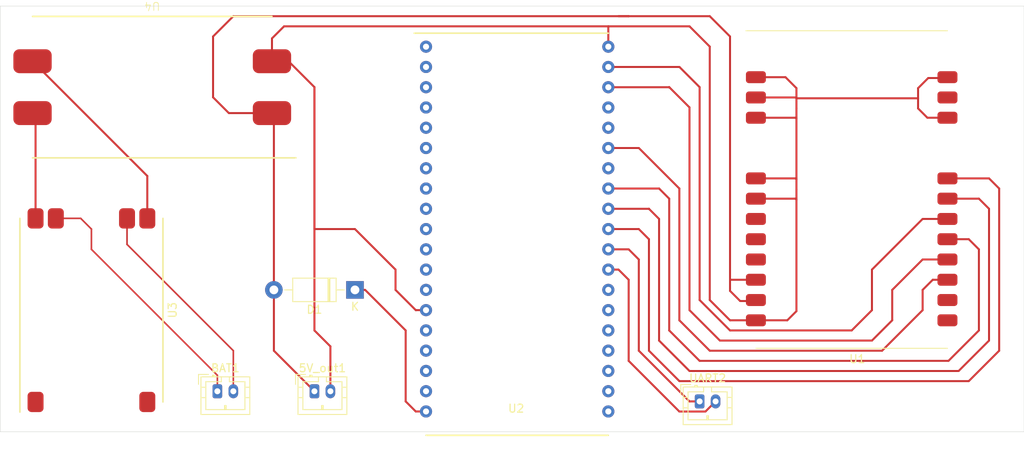
<source format=kicad_pcb>
(kicad_pcb (version 20221018) (generator pcbnew)
  (layers (0 "F.Cu" signal) (31 "B.Cu" signal) (34 "B.Paste" user) (35 "F.Paste" user) (36 "B.SilkS" user "B.Silkscreen") (37 "F.SilkS" user "F.Silkscreen") (38 "B.Mask" user) (39 "F.Mask" user) (44 "Edge.Cuts" user))
  (net 0 "")
  (net 1 "/5V")
  (net 2 "/GND")
  (net 3 "/BAT+")
  (net 4 "/BAT-")
  (net 5 "Net-(D1-K)")
  (net 6 "/RXEN")
  (net 7 "/TXEN")
  (net 8 "/NSS")
  (net 9 "/MISO")
  (net 11 "/SCK")
  (net 12 "/BUSY")
  (net 13 "/RST_E22")
  (net 14 "/MOSI")
  (net 22 "/Rx2")
  (net 24 "/Tx2")
  (net 27 "Net-(U3-OUT-)")
  (net 28 "Net-(U3-OUT+)")
  (footprint "Connector_JST:JST_PH_B2B-PH-K_1x02_P2.00mm_Vertical" (layer "F.Cu") (at 94.52 119.38)
    (fp_text reference "BAT1" (at 1 -2.9) (layer "F.SilkS"))
    (fp_text value "Conn_01x02")
    (fp_line (start -2.36 -2.11) (end -2.36 -0.86) (stroke (width 0.12)) (layer "F.SilkS"))
    (fp_line (start -2.06 -1.81) (end -2.06 2.91) (stroke (width 0.12)) (layer "F.SilkS"))
    (fp_line (start -2.06 -0.5) (end -1.45 -0.5) (stroke (width 0.12)) (layer "F.SilkS"))
    (fp_line (start -2.06 0.8) (end -1.45 0.8) (stroke (width 0.12)) (layer "F.SilkS"))
    (fp_line (start -2.06 2.91) (end 4.06 2.91) (stroke (width 0.12)) (layer "F.SilkS"))
    (fp_line (start -1.45 -1.2) (end -1.45 2.3) (stroke (width 0.12)) (layer "F.SilkS"))
    (fp_line (start -1.45 2.3) (end 3.45 2.3) (stroke (width 0.12)) (layer "F.SilkS"))
    (fp_line (start -1.11 -2.11) (end -2.36 -2.11) (stroke (width 0.12)) (layer "F.SilkS"))
    (fp_line (start -0.6 -2.01) (end -0.6 -1.81) (stroke (width 0.12)) (layer "F.SilkS"))
    (fp_line (start -0.3 -2.01) (end -0.6 -2.01) (stroke (width 0.12)) (layer "F.SilkS"))
    (fp_line (start -0.3 -1.91) (end -0.6 -1.91) (stroke (width 0.12)) (layer "F.SilkS"))
    (fp_line (start -0.3 -1.81) (end -0.3 -2.01) (stroke (width 0.12)) (layer "F.SilkS"))
    (fp_line (start 0.5 -1.81) (end 0.5 -1.2) (stroke (width 0.12)) (layer "F.SilkS"))
    (fp_line (start 0.5 -1.2) (end -1.45 -1.2) (stroke (width 0.12)) (layer "F.SilkS"))
    (fp_line (start 0.9 1.8) (end 1.1 1.8) (stroke (width 0.12)) (layer "F.SilkS"))
    (fp_line (start 0.9 2.3) (end 0.9 1.8) (stroke (width 0.12)) (layer "F.SilkS"))
    (fp_line (start 1 2.3) (end 1 1.8) (stroke (width 0.12)) (layer "F.SilkS"))
    (fp_line (start 1.1 1.8) (end 1.1 2.3) (stroke (width 0.12)) (layer "F.SilkS"))
    (fp_line (start 1.5 -1.2) (end 1.5 -1.81) (stroke (width 0.12)) (layer "F.SilkS"))
    (fp_line (start 3.45 -1.2) (end 1.5 -1.2) (stroke (width 0.12)) (layer "F.SilkS"))
    (fp_line (start 3.45 2.3) (end 3.45 -1.2) (stroke (width 0.12)) (layer "F.SilkS"))
    (fp_line (start 4.06 -1.81) (end -2.06 -1.81) (stroke (width 0.12)) (layer "F.SilkS"))
    (fp_line (start 4.06 -0.5) (end 3.45 -0.5) (stroke (width 0.12)) (layer "F.SilkS"))
    (fp_line (start 4.06 0.8) (end 3.45 0.8) (stroke (width 0.12)) (layer "F.SilkS"))
    (fp_line (start 4.06 2.91) (end 4.06 -1.81) (stroke (width 0.12)) (layer "F.SilkS"))
    (pad "1" thru_hole roundrect (at 0 0) (size 1.2 1.75) (drill 0.75) (layers "*.Cu" "*.Mask") (roundrect_rratio 0.208333) (net 3 "/BAT+"))
    (pad "2" thru_hole oval (at 2 0) (size 1.2 1.75) (drill 0.75) (layers "*.Cu" "*.Mask") (net 4 "/BAT-"))
  )
  (footprint "PCB_Satellogic:MT3608-Convertidor_Boost" (layer "F.Cu") (at 86.36 81.28 180)
    (fp_text reference "U4" (at 0 10.16 180 unlocked) (layer "F.SilkS") (effects (font (thickness 0.1))))
    (fp_text value "MT3608-Convertidor_Boost")
    (fp_line (start 15 -8.86) (end -18 -8.86) (stroke (width 0.2)) (layer "F.SilkS"))
    (fp_line (start 15 8.86) (end -15 8.86) (stroke (width 0.2)) (layer "F.SilkS"))
    (pad "1" smd roundrect (at -15 -3.25 180) (size 4.8 3) (layers "F.Cu" "F.Paste" "F.Mask") (net 1 "/5V"))
    (pad "2" smd roundrect (at -15 3.25 180) (size 4.8 3) (layers "F.Cu" "F.Paste" "F.Mask") (net 2 "/GND"))
    (pad "3" smd roundrect (at 15 3.25 180) (size 4.8 3) (layers "F.Cu" "F.Paste" "F.Mask") (net 27 "Net-(U3-OUT-)"))
    (pad "4" smd roundrect (at 15 -3.25 180) (size 4.8 3) (layers "F.Cu" "F.Paste" "F.Mask") (net 28 "Net-(U3-OUT+)"))
  )
  (footprint "PCB_Satellogic:Node-MCU_ESP32_38PINES_THT_offset" (layer "F.Cu") (at 132.08 99.06)
    (fp_text reference "U2" (at -0.127 22.479) (layer "F.SilkS"))
    (fp_text value "Node-MCU_ESP32_38PINES")
    (fp_line (start 11.42 -24.54) (end -12.9 -24.54) (stroke (width 0.2)) (layer "F.SilkS"))
    (fp_line (start 11.42 25.84) (end -11.42 25.84) (stroke (width 0.2)) (layer "F.SilkS"))
    (pad "1" thru_hole circle (at -11.42 -22.85) (size 1.524 1.524) (drill 0.762) (layers "*.Cu" "*.Mask"))
    (pad "2" thru_hole circle (at -11.42 -20.311112) (size 1.524 1.524) (drill 0.762) (layers "*.Cu" "*.Mask"))
    (pad "3" thru_hole circle (at -11.42 -17.772224) (size 1.524 1.524) (drill 0.762) (layers "*.Cu" "*.Mask"))
    (pad "4" thru_hole circle (at -11.42 -15.233336) (size 1.524 1.524) (drill 0.762) (layers "*.Cu" "*.Mask"))
    (pad "5" thru_hole circle (at -11.42 -12.694448) (size 1.524 1.524) (drill 0.762) (layers "*.Cu" "*.Mask"))
    (pad "6" thru_hole circle (at -11.42 -10.15556) (size 1.524 1.524) (drill 0.762) (layers "*.Cu" "*.Mask"))
    (pad "7" thru_hole circle (at -11.42 -7.616672) (size 1.524 1.524) (drill 0.762) (layers "*.Cu" "*.Mask"))
    (pad "8" thru_hole circle (at -11.42 -5.077784) (size 1.524 1.524) (drill 0.762) (layers "*.Cu" "*.Mask"))
    (pad "9" thru_hole circle (at -11.42 -2.538896) (size 1.524 1.524) (drill 0.762) (layers "*.Cu" "*.Mask"))
    (pad "10" thru_hole circle (at -11.42 -0.000008) (size 1.524 1.524) (drill 0.762) (layers "*.Cu" "*.Mask"))
    (pad "11" thru_hole circle (at -11.42 2.53888) (size 1.524 1.524) (drill 0.762) (layers "*.Cu" "*.Mask"))
    (pad "12" thru_hole circle (at -11.42 5.077768) (size 1.524 1.524) (drill 0.762) (layers "*.Cu" "*.Mask"))
    (pad "13" thru_hole circle (at -11.42 7.616656) (size 1.524 1.524) (drill 0.762) (layers "*.Cu" "*.Mask"))
    (pad "14" thru_hole circle (at -11.42 10.155544) (size 1.524 1.524) (drill 0.762) (layers "*.Cu" "*.Mask") (net 2 "/GND"))
    (pad "15" thru_hole circle (at -11.42 12.694432) (size 1.524 1.524) (drill 0.762) (layers "*.Cu" "*.Mask"))
    (pad "16" thru_hole circle (at -11.42 15.23332) (size 1.524 1.524) (drill 0.762) (layers "*.Cu" "*.Mask"))
    (pad "17" thru_hole circle (at -11.42 17.772208) (size 1.524 1.524) (drill 0.762) (layers "*.Cu" "*.Mask"))
    (pad "18" thru_hole circle (at -11.42 20.311096) (size 1.524 1.524) (drill 0.762) (layers "*.Cu" "*.Mask"))
    (pad "19" thru_hole circle (at -11.42 22.85) (size 1.524 1.524) (drill 0.762) (layers "*.Cu" "*.Mask") (net 5 "Net-(D1-K)"))
    (pad "20" thru_hole circle (at 11.42 22.85) (size 1.524 1.524) (drill 0.762) (layers "*.Cu" "*.Mask"))
    (pad "21" thru_hole circle (at 11.42 20.311096) (size 1.524 1.524) (drill 0.762) (layers "*.Cu" "*.Mask"))
    (pad "22" thru_hole circle (at 11.42 17.772208) (size 1.524 1.524) (drill 0.762) (layers "*.Cu" "*.Mask"))
    (pad "23" thru_hole circle (at 11.42 15.23332) (size 1.524 1.524) (drill 0.762) (layers "*.Cu" "*.Mask"))
    (pad "24" thru_hole circle (at 11.42 12.694432) (size 1.524 1.524) (drill 0.762) (layers "*.Cu" "*.Mask"))
    (pad "25" thru_hole circle (at 11.42 10.155544) (size 1.524 1.524) (drill 0.762) (layers "*.Cu" "*.Mask"))
    (pad "26" thru_hole circle (at 11.42 7.616656) (size 1.524 1.524) (drill 0.762) (layers "*.Cu" "*.Mask"))
    (pad "27" thru_hole circle (at 11.42 5.077768) (size 1.524 1.524) (drill 0.762) (layers "*.Cu" "*.Mask") (net 22 "/Rx2"))
    (pad "28" thru_hole circle (at 11.42 2.53888) (size 1.524 1.524) (drill 0.762) (layers "*.Cu" "*.Mask") (net 24 "/Tx2"))
    (pad "29" thru_hole circle (at 11.42 -0.000008) (size 1.524 1.524) (drill 0.762) (layers "*.Cu" "*.Mask") (net 8 "/NSS"))
    (pad "30" thru_hole circle (at 11.42 -2.538896) (size 1.524 1.524) (drill 0.762) (layers "*.Cu" "*.Mask") (net 11 "/SCK"))
    (pad "31" thru_hole circle (at 11.42 -5.077784) (size 1.524 1.524) (drill 0.762) (layers "*.Cu" "*.Mask") (net 9 "/MISO"))
    (pad "32" thru_hole circle (at 11.42 -7.616672) (size 1.524 1.524) (drill 0.762) (layers "*.Cu" "*.Mask"))
    (pad "33" thru_hole circle (at 11.42 -10.15556) (size 1.524 1.524) (drill 0.762) (layers "*.Cu" "*.Mask") (net 12 "/BUSY"))
    (pad "34" thru_hole circle (at 11.42 -12.694448) (size 1.524 1.524) (drill 0.762) (layers "*.Cu" "*.Mask"))
    (pad "35" thru_hole circle (at 11.42 -15.233336) (size 1.524 1.524) (drill 0.762) (layers "*.Cu" "*.Mask"))
    (pad "36" thru_hole circle (at 11.42 -17.772224) (size 1.524 1.524) (drill 0.762) (layers "*.Cu" "*.Mask") (net 13 "/RST_E22"))
    (pad "37" thru_hole circle (at 11.42 -20.311112) (size 1.524 1.524) (drill 0.762) (layers "*.Cu" "*.Mask") (net 14 "/MOSI"))
    (pad "38" thru_hole circle (at 11.42 -22.85) (size 1.524 1.524) (drill 0.762) (layers "*.Cu" "*.Mask") (net 2 "/GND"))
  )
  (footprint "PCB_Satellogic:E22-900M30S_LoRa_smd" (layer "F.Cu") (at 173.99 94.105)
    (fp_text reference "U1" (at 0.7 21.231) (layer "F.SilkS"))
    (fp_text value "E22-900M30S_LoRa")
    (fp_line (start -12 19.895) (end 12 19.895) (stroke (width 0.12)) (layer "F.SilkS"))
    (fp_line (start 12 -19.895) (end -13.25 -19.895) (stroke (width 0.12)) (layer "F.SilkS"))
    (pad "1" smd roundrect (at -12 -14.075) (size 2.5 1.5) (layers "F.Cu" "F.Paste" "F.Mask") (net 2 "/GND"))
    (pad "2" smd roundrect (at -12 -11.535) (size 2.5 1.5) (layers "F.Cu" "F.Paste" "F.Mask") (net 2 "/GND"))
    (pad "3" smd roundrect (at -12 -8.995) (size 2.5 1.5) (layers "F.Cu" "F.Paste" "F.Mask") (net 2 "/GND"))
    (pad "4" smd roundrect (at -12 -1.395) (size 2.5 1.5) (layers "F.Cu" "F.Paste" "F.Mask") (net 2 "/GND"))
    (pad "5" smd roundrect (at -12 1.145) (size 2.5 1.5) (layers "F.Cu" "F.Paste" "F.Mask") (net 2 "/GND"))
    (pad "6" smd roundrect (at -12 3.685) (size 2.5 1.5) (layers "F.Cu" "F.Paste" "F.Mask") (net 6 "/RXEN"))
    (pad "7" smd roundrect (at -12 6.225) (size 2.5 1.5) (layers "F.Cu" "F.Paste" "F.Mask") (net 7 "/TXEN"))
    (pad "8" smd roundrect (at -12 8.765) (size 2.5 1.5) (layers "F.Cu" "F.Paste" "F.Mask"))
    (pad "9" smd roundrect (at -12 11.305) (size 2.5 1.5) (layers "F.Cu" "F.Paste" "F.Mask") (net 1 "/5V"))
    (pad "10" smd roundrect (at -12 13.845) (size 2.5 1.5) (layers "F.Cu" "F.Paste" "F.Mask") (net 1 "/5V"))
    (pad "11" smd roundrect (at -12 16.385) (size 2.5 1.5) (layers "F.Cu" "F.Paste" "F.Mask") (net 2 "/GND"))
    (pad "12" smd roundrect (at 12 16.385) (size 2.5 1.5) (layers "F.Cu" "F.Paste" "F.Mask") (net 2 "/GND"))
    (pad "13" smd roundrect (at 12 13.845) (size 2.5 1.5) (layers "F.Cu" "F.Paste" "F.Mask"))
    (pad "14" smd roundrect (at 12 11.305) (size 2.5 1.5) (layers "F.Cu" "F.Paste" "F.Mask") (net 12 "/BUSY"))
    (pad "15" smd roundrect (at 12 8.765) (size 2.5 1.5) (layers "F.Cu" "F.Paste" "F.Mask") (net 13 "/RST_E22"))
    (pad "16" smd roundrect (at 12 6.225) (size 2.5 1.5) (layers "F.Cu" "F.Paste" "F.Mask") (net 9 "/MISO"))
    (pad "17" smd roundrect (at 12 3.685) (size 2.5 1.5) (layers "F.Cu" "F.Paste" "F.Mask") (net 14 "/MOSI"))
    (pad "18" smd roundrect (at 12 1.145) (size 2.5 1.5) (layers "F.Cu" "F.Paste" "F.Mask") (net 11 "/SCK"))
    (pad "19" smd roundrect (at 12 -1.395) (size 2.5 1.5) (layers "F.Cu" "F.Paste" "F.Mask") (net 8 "/NSS"))
    (pad "20" smd roundrect (at 12 -8.995) (size 2.5 1.5) (layers "F.Cu" "F.Paste" "F.Mask") (net 2 "/GND"))
    (pad "21" smd roundrect (at 12 -11.535) (size 2.5 1.5) (layers "F.Cu" "F.Paste" "F.Mask"))
    (pad "22" smd roundrect (at 12 -14.075) (size 2.5 1.5) (layers "F.Cu" "F.Paste" "F.Mask") (net 2 "/GND"))
  )
  (footprint "PCB_Satellogic:TP4056 - Módulo de carga de batería" (layer "F.Cu") (at 78.74 109.22 90)
    (fp_text reference "U3" (at 0 10.16 90 unlocked) (layer "F.SilkS"))
    (fp_text value "TP4065_Modulo_cargador_de_baterias")
    (fp_line (start -12.77 -8.96) (end 11.5 -8.96) (stroke (width 0.2)) (layer "F.SilkS"))
    (fp_line (start -11.5 8.96) (end 11.5 8.96) (stroke (width 0.2)) (layer "F.SilkS"))
    (pad "1" smd roundrect (at -11.5 -7 90) (size 2.54 2) (layers "F.Cu" "F.Paste" "F.Mask"))
    (pad "2" smd roundrect (at -11.5 7 90) (size 2.54 2) (layers "F.Cu" "F.Paste" "F.Mask"))
    (pad "3" smd roundrect (at 11.5 7 90) (size 2.54 2) (layers "F.Cu" "F.Paste" "F.Mask") (net 27 "Net-(U3-OUT-)"))
    (pad "4" smd roundrect (at 11.5 4.46 90) (size 2.54 2) (layers "F.Cu" "F.Paste" "F.Mask") (net 4 "/BAT-"))
    (pad "5" smd roundrect (at 11.5 -4.46 90) (size 2.54 2) (layers "F.Cu" "F.Paste" "F.Mask") (net 3 "/BAT+"))
    (pad "6" smd roundrect (at 11.5 -7 90) (size 2.54 2) (layers "F.Cu" "F.Paste" "F.Mask") (net 28 "Net-(U3-OUT+)"))
  )
  (footprint "Diode_THT:D_DO-41_SOD81_P10.16mm_Horizontal" (layer "F.Cu") (at 111.76 106.68 180)
    (fp_text reference "D1" (at 5.08 -2.47) (layer "F.SilkS"))
    (fp_text value "1N5819")
    (fp_text user "K" (at 0 -2.1) (layer "F.SilkS"))
    (fp_line (start 1.34 0) (end 2.36 0) (stroke (width 0.12)) (layer "F.SilkS"))
    (fp_line (start 2.36 -1.47) (end 2.36 1.47) (stroke (width 0.12)) (layer "F.SilkS"))
    (fp_line (start 2.36 1.47) (end 7.8 1.47) (stroke (width 0.12)) (layer "F.SilkS"))
    (fp_line (start 3.14 -1.47) (end 3.14 1.47) (stroke (width 0.12)) (layer "F.SilkS"))
    (fp_line (start 3.26 -1.47) (end 3.26 1.47) (stroke (width 0.12)) (layer "F.SilkS"))
    (fp_line (start 3.38 -1.47) (end 3.38 1.47) (stroke (width 0.12)) (layer "F.SilkS"))
    (fp_line (start 7.8 -1.47) (end 2.36 -1.47) (stroke (width 0.12)) (layer "F.SilkS"))
    (fp_line (start 7.8 1.47) (end 7.8 -1.47) (stroke (width 0.12)) (layer "F.SilkS"))
    (fp_line (start 8.82 0) (end 7.8 0) (stroke (width 0.12)) (layer "F.SilkS"))
    (pad "1" thru_hole rect (at 0 0 180) (size 2.2 2.2) (drill 1.1) (layers "*.Cu" "*.Mask") (net 5 "Net-(D1-K)"))
    (pad "2" thru_hole oval (at 10.16 0 180) (size 2.2 2.2) (drill 1.1) (layers "*.Cu" "*.Mask") (net 1 "/5V"))
  )
  (footprint "Connector_JST:JST_PH_B2B-PH-K_1x02_P2.00mm_Vertical" (layer "F.Cu") (at 106.68 119.38)
    (fp_text reference "5V_out1" (at 1 -2.9) (layer "F.SilkS"))
    (fp_text value "Conn_01x02")
    (fp_line (start -2.36 -2.11) (end -2.36 -0.86) (stroke (width 0.12)) (layer "F.SilkS"))
    (fp_line (start -2.06 -1.81) (end -2.06 2.91) (stroke (width 0.12)) (layer "F.SilkS"))
    (fp_line (start -2.06 -0.5) (end -1.45 -0.5) (stroke (width 0.12)) (layer "F.SilkS"))
    (fp_line (start -2.06 0.8) (end -1.45 0.8) (stroke (width 0.12)) (layer "F.SilkS"))
    (fp_line (start -2.06 2.91) (end 4.06 2.91) (stroke (width 0.12)) (layer "F.SilkS"))
    (fp_line (start -1.45 -1.2) (end -1.45 2.3) (stroke (width 0.12)) (layer "F.SilkS"))
    (fp_line (start -1.45 2.3) (end 3.45 2.3) (stroke (width 0.12)) (layer "F.SilkS"))
    (fp_line (start -1.11 -2.11) (end -2.36 -2.11) (stroke (width 0.12)) (layer "F.SilkS"))
    (fp_line (start -0.6 -2.01) (end -0.6 -1.81) (stroke (width 0.12)) (layer "F.SilkS"))
    (fp_line (start -0.3 -2.01) (end -0.6 -2.01) (stroke (width 0.12)) (layer "F.SilkS"))
    (fp_line (start -0.3 -1.91) (end -0.6 -1.91) (stroke (width 0.12)) (layer "F.SilkS"))
    (fp_line (start -0.3 -1.81) (end -0.3 -2.01) (stroke (width 0.12)) (layer "F.SilkS"))
    (fp_line (start 0.5 -1.81) (end 0.5 -1.2) (stroke (width 0.12)) (layer "F.SilkS"))
    (fp_line (start 0.5 -1.2) (end -1.45 -1.2) (stroke (width 0.12)) (layer "F.SilkS"))
    (fp_line (start 0.9 1.8) (end 1.1 1.8) (stroke (width 0.12)) (layer "F.SilkS"))
    (fp_line (start 0.9 2.3) (end 0.9 1.8) (stroke (width 0.12)) (layer "F.SilkS"))
    (fp_line (start 1 2.3) (end 1 1.8) (stroke (width 0.12)) (layer "F.SilkS"))
    (fp_line (start 1.1 1.8) (end 1.1 2.3) (stroke (width 0.12)) (layer "F.SilkS"))
    (fp_line (start 1.5 -1.2) (end 1.5 -1.81) (stroke (width 0.12)) (layer "F.SilkS"))
    (fp_line (start 3.45 -1.2) (end 1.5 -1.2) (stroke (width 0.12)) (layer "F.SilkS"))
    (fp_line (start 3.45 2.3) (end 3.45 -1.2) (stroke (width 0.12)) (layer "F.SilkS"))
    (fp_line (start 4.06 -1.81) (end -2.06 -1.81) (stroke (width 0.12)) (layer "F.SilkS"))
    (fp_line (start 4.06 -0.5) (end 3.45 -0.5) (stroke (width 0.12)) (layer "F.SilkS"))
    (fp_line (start 4.06 0.8) (end 3.45 0.8) (stroke (width 0.12)) (layer "F.SilkS"))
    (fp_line (start 4.06 2.91) (end 4.06 -1.81) (stroke (width 0.12)) (layer "F.SilkS"))
    (pad "1" thru_hole roundrect (at 0 0) (size 1.2 1.75) (drill 0.75) (layers "*.Cu" "*.Mask") (roundrect_rratio 0.208333) (net 1 "/5V"))
    (pad "2" thru_hole oval (at 2 0) (size 1.2 1.75) (drill 0.75) (layers "*.Cu" "*.Mask") (net 2 "/GND"))
  )
  (footprint "Connector_JST:JST_PH_B2B-PH-K_1x02_P2.00mm_Vertical" (layer "F.Cu") (at 154.94 120.65)
    (fp_text reference "UART2" (at 1 -2.9) (layer "F.SilkS"))
    (fp_text value "Conn_01x02")
    (fp_line (start -2.36 -2.11) (end -2.36 -0.86) (stroke (width 0.12)) (layer "F.SilkS"))
    (fp_line (start -2.06 -1.81) (end -2.06 2.91) (stroke (width 0.12)) (layer "F.SilkS"))
    (fp_line (start -2.06 -0.5) (end -1.45 -0.5) (stroke (width 0.12)) (layer "F.SilkS"))
    (fp_line (start -2.06 0.8) (end -1.45 0.8) (stroke (width 0.12)) (layer "F.SilkS"))
    (fp_line (start -2.06 2.91) (end 4.06 2.91) (stroke (width 0.12)) (layer "F.SilkS"))
    (fp_line (start -1.45 -1.2) (end -1.45 2.3) (stroke (width 0.12)) (layer "F.SilkS"))
    (fp_line (start -1.45 2.3) (end 3.45 2.3) (stroke (width 0.12)) (layer "F.SilkS"))
    (fp_line (start -1.11 -2.11) (end -2.36 -2.11) (stroke (width 0.12)) (layer "F.SilkS"))
    (fp_line (start -0.6 -2.01) (end -0.6 -1.81) (stroke (width 0.12)) (layer "F.SilkS"))
    (fp_line (start -0.3 -2.01) (end -0.6 -2.01) (stroke (width 0.12)) (layer "F.SilkS"))
    (fp_line (start -0.3 -1.91) (end -0.6 -1.91) (stroke (width 0.12)) (layer "F.SilkS"))
    (fp_line (start -0.3 -1.81) (end -0.3 -2.01) (stroke (width 0.12)) (layer "F.SilkS"))
    (fp_line (start 0.5 -1.81) (end 0.5 -1.2) (stroke (width 0.12)) (layer "F.SilkS"))
    (fp_line (start 0.5 -1.2) (end -1.45 -1.2) (stroke (width 0.12)) (layer "F.SilkS"))
    (fp_line (start 0.9 1.8) (end 1.1 1.8) (stroke (width 0.12)) (layer "F.SilkS"))
    (fp_line (start 0.9 2.3) (end 0.9 1.8) (stroke (width 0.12)) (layer "F.SilkS"))
    (fp_line (start 1 2.3) (end 1 1.8) (stroke (width 0.12)) (layer "F.SilkS"))
    (fp_line (start 1.1 1.8) (end 1.1 2.3) (stroke (width 0.12)) (layer "F.SilkS"))
    (fp_line (start 1.5 -1.2) (end 1.5 -1.81) (stroke (width 0.12)) (layer "F.SilkS"))
    (fp_line (start 3.45 -1.2) (end 1.5 -1.2) (stroke (width 0.12)) (layer "F.SilkS"))
    (fp_line (start 3.45 2.3) (end 3.45 -1.2) (stroke (width 0.12)) (layer "F.SilkS"))
    (fp_line (start 4.06 -1.81) (end -2.06 -1.81) (stroke (width 0.12)) (layer "F.SilkS"))
    (fp_line (start 4.06 -0.5) (end 3.45 -0.5) (stroke (width 0.12)) (layer "F.SilkS"))
    (fp_line (start 4.06 0.8) (end 3.45 0.8) (stroke (width 0.12)) (layer "F.SilkS"))
    (fp_line (start 4.06 2.91) (end 4.06 -1.81) (stroke (width 0.12)) (layer "F.SilkS"))
    (pad "1" thru_hole roundrect (at 0 0) (size 1.2 1.75) (drill 0.75) (layers "*.Cu" "*.Mask") (roundrect_rratio 0.208333) (net 24 "/Tx2"))
    (pad "2" thru_hole oval (at 2 0) (size 1.2 1.75) (drill 0.75) (layers "*.Cu" "*.Mask") (net 22 "/Rx2"))
  )
  (gr_rect (start 67.31 71.12) (end 195.58 124.46) (stroke (width 0.05)) (fill none) (layer "Edge.Cuts"))
  (segment (start 162.435 108.075) (end 160.02 108.075) (width 0.25) (layer "F.Cu") (net 1))
  (segment (start 158.75 74.93) (end 156.21 72.39) (width 0.25) (layer "F.Cu") (net 1))
  (segment (start 101.36 84.53) (end 101.6 84.77) (width 0.25) (layer "F.Cu") (net 1))
  (segment (start 101.6 84.77) (end 101.6 106.68) (width 0.25) (layer "F.Cu") (net 1))
  (segment (start 93.98 74.93) (end 96.52 72.39) (width 0.25) (layer "F.Cu") (net 1))
  (segment (start 101.36 84.53) (end 95.96 84.53) (width 0.25) (layer "F.Cu") (net 1))
  (segment (start 106.68 119.38) (end 101.6 114.3) (width 0.25) (layer "F.Cu") (net 1))
  (segment (start 93.98 82.55) (end 93.98 74.93) (width 0.25) (layer "F.Cu") (net 1))
  (segment (start 162.56 105.41) (end 158.875 105.41) (width 0.25) (layer "F.Cu") (net 1))
  (segment (start 96.52 72.39) (end 146.05 72.39) (width 0.25) (layer "F.Cu") (net 1))
  (segment (start 158.75 106.805) (end 158.75 74.93) (width 0.25) (layer "F.Cu") (net 1))
  (segment (start 156.21 72.39) (end 146.05 72.39) (width 0.25) (layer "F.Cu") (net 1))
  (segment (start 146.05 72.39) (end 144.78 72.39) (width 0.25) (layer "F.Cu") (net 1))
  (segment (start 101.6 114.3) (end 101.6 106.68) (width 0.25) (layer "F.Cu") (net 1))
  (segment (start 160.02 108.075) (end 158.75 106.805) (width 0.25) (layer "F.Cu") (net 1))
  (segment (start 95.96 84.53) (end 93.98 82.55) (width 0.25) (layer "F.Cu") (net 1))
  (segment (start 162.56 107.95) (end 162.435 108.075) (width 0.25) (layer "F.Cu") (net 1))
  (segment (start 116.84 104.14) (end 111.76 99.06) (width 0.25) (layer "F.Cu") (net 2))
  (segment (start 167.07 109.345) (end 167.07 95.375) (width 0.25) (layer "F.Cu") (net 2))
  (segment (start 156.21 107.95) (end 156.21 76.2) (width 0.25) (layer "F.Cu") (net 2))
  (segment (start 106.68 81.28) (end 103.43 78.03) (width 0.25) (layer "F.Cu") (net 2))
  (segment (start 111.76 99.06) (end 106.68 99.06) (width 0.25) (layer "F.Cu") (net 2))
  (segment (start 182.31 82.675) (end 182.31 81.405) (width 0.25) (layer "F.Cu") (net 2))
  (segment (start 108.68 113.76) (end 106.68 111.76) (width 0.25) (layer "F.Cu") (net 2))
  (segment (start 119.38 109.22) (end 116.84 106.68) (width 0.25) (layer "F.Cu") (net 2))
  (segment (start 167.07 83.945) (end 167.07 82.675) (width 0.25) (layer "F.Cu") (net 2))
  (segment (start 161.99 110.49) (end 165.925 110.49) (width 0.25) (layer "F.Cu") (net 2))
  (segment (start 156.21 76.2) (end 153.678888 73.668888) (width 0.25) (layer "F.Cu") (net 2))
  (segment (start 103.43 78.03) (end 101.36 78.03) (width 0.25) (layer "F.Cu") (net 2))
  (segment (start 165.925 110.49) (end 167.07 109.345) (width 0.25) (layer "F.Cu") (net 2))
  (segment (start 167.07 81.405) (end 167.07 82.675) (width 0.25) (layer "F.Cu") (net 2))
  (segment (start 106.68 99.06) (end 106.68 81.28) (width 0.25) (layer "F.Cu") (net 2))
  (segment (start 101.36 78.03) (end 101.36 75.17) (width 0.25) (layer "F.Cu") (net 2))
  (segment (start 143.5 73.67) (end 143.5 76.21) (width 0.25) (layer "F.Cu") (net 2))
  (segment (start 153.678888 73.668888) (end 153.67 73.66) (width 0.25) (layer "F.Cu") (net 2))
  (segment (start 166.945 92.71) (end 167.07 92.835) (width 0.25) (layer "F.Cu") (net 2))
  (segment (start 153.67 73.66) (end 143.51 73.66) (width 0.25) (layer "F.Cu") (net 2))
  (segment (start 167.07 85.215) (end 166.965 85.11) (width 0.25) (layer "F.Cu") (net 2))
  (segment (start 162.56 110.49) (end 158.75 110.49) (width 0.25) (layer "F.Cu") (net 2))
  (segment (start 183.58 80.135) (end 185.885 80.135) (width 0.25) (layer "F.Cu") (net 2))
  (segment (start 167.07 92.835) (end 167.07 83.945) (width 0.25) (layer "F.Cu") (net 2))
  (segment (start 161.99 85.11) (end 166.965 85.11) (width 0.25) (layer "F.Cu") (net 2))
  (segment (start 119.384456 109.215544) (end 119.38 109.22) (width 0.25) (layer "F.Cu") (net 2))
  (segment (start 116.84 106.68) (end 116.84 104.14) (width 0.25) (layer "F.Cu") (net 2))
  (segment (start 161.99 82.57) (end 166.965 82.57) (width 0.25) (layer "F.Cu") (net 2))
  (segment (start 185.885 80.135) (end 185.99 80.03) (width 0.25) (layer "F.Cu") (net 2))
  (segment (start 101.36 75.17) (end 102.87 73.66) (width 0.25) (layer "F.Cu") (net 2))
  (segment (start 161.99 92.71) (end 166.945 92.71) (width 0.25) (layer "F.Cu") (net 2))
  (segment (start 167.07 95.375) (end 167.07 94.105) (width 0.25) (layer "F.Cu") (net 2))
  (segment (start 165.695 80.03) (end 167.07 81.405) (width 0.25) (layer "F.Cu") (net 2))
  (segment (start 120.66 109.215544) (end 119.384456 109.215544) (width 0.25) (layer "F.Cu") (net 2))
  (segment (start 166.965 82.57) (end 167.07 82.675) (width 0.25) (layer "F.Cu") (net 2))
  (segment (start 182.31 81.405) (end 183.58 80.135) (width 0.25) (layer "F.Cu") (net 2))
  (segment (start 185.99 85.11) (end 183.475 85.11) (width 0.25) (layer "F.Cu") (net 2))
  (segment (start 161.99 95.25) (end 162.115 95.375) (width 0.25) (layer "F.Cu") (net 2))
  (segment (start 108.68 119.38) (end 108.68 113.76) (width 0.25) (layer "F.Cu") (net 2))
  (segment (start 158.75 110.49) (end 156.21 107.95) (width 0.25) (layer "F.Cu") (net 2))
  (segment (start 166.945 95.25) (end 167.07 95.375) (width 0.25) (layer "F.Cu") (net 2))
  (segment (start 183.475 85.11) (end 182.31 83.945) (width 0.25) (layer "F.Cu") (net 2))
  (segment (start 143.51 73.66) (end 102.87 73.66) (width 0.25) (layer "F.Cu") (net 2))
  (segment (start 161.99 95.25) (end 166.945 95.25) (width 0.25) (layer "F.Cu") (net 2))
  (segment (start 143.51 73.66) (end 143.5 73.67) (width 0.25) (layer "F.Cu") (net 2))
  (segment (start 106.68 111.76) (end 106.68 81.28) (width 0.25) (layer "F.Cu") (net 2))
  (segment (start 161.99 80.03) (end 165.695 80.03) (width 0.25) (layer "F.Cu") (net 2))
  (segment (start 162.095 85.215) (end 161.99 85.11) (width 0.25) (layer "F.Cu") (net 2))
  (segment (start 167.07 94.105) (end 167.07 92.835) (width 0.25) (layer "F.Cu") (net 2))
  (segment (start 182.31 83.945) (end 182.31 82.675) (width 0.25) (layer "F.Cu") (net 2))
  (segment (start 167.07 82.675) (end 182.31 82.675) (width 0.25) (layer "F.Cu") (net 2))
  (segment (start 78.74 99.06) (end 77.4 97.72) (width 0.2) (layer "F.Cu") (net 3))
  (segment (start 94.52 119.38) (end 94.52 117.38) (width 0.2) (layer "F.Cu") (net 3))
  (segment (start 78.74 101.6) (end 78.74 99.06) (width 0.2) (layer "F.Cu") (net 3))
  (segment (start 94.52 117.38) (end 78.74 101.6) (width 0.2) (layer "F.Cu") (net 3))
  (segment (start 77.4 97.72) (end 74.28 97.72) (width 0.2) (layer "F.Cu") (net 3))
  (segment (start 96.52 119.38) (end 96.52 114.3) (width 0.2) (layer "F.Cu") (net 4))
  (segment (start 96.52 114.3) (end 83.2 100.98) (width 0.2) (layer "F.Cu") (net 4))
  (segment (start 83.2 100.98) (end 83.2 97.72) (width 0.2) (layer "F.Cu") (net 4))
  (segment (start 113.03 106.68) (end 111.76 106.68) (width 0.25) (layer "F.Cu") (net 5))
  (segment (start 118.11 120.65) (end 118.11 111.76) (width 0.25) (layer "F.Cu") (net 5))
  (segment (start 119.39 121.91) (end 119.38 121.92) (width 0.25) (layer "F.Cu") (net 5))
  (segment (start 119.38 121.92) (end 118.11 120.65) (width 0.25) (layer "F.Cu") (net 5))
  (segment (start 118.11 111.76) (end 113.03 106.68) (width 0.25) (layer "F.Cu") (net 5))
  (segment (start 120.66 121.91) (end 119.39 121.91) (width 0.25) (layer "F.Cu") (net 5))
  (segment (start 148.59 100.33) (end 147.319992 99.059992) (width 0.25) (layer "F.Cu") (net 8))
  (segment (start 147.319992 99.059992) (end 143.5 99.059992) (width 0.25) (layer "F.Cu") (net 8))
  (segment (start 192.47 93.98) (end 192.47 114.3) (width 0.25) (layer "F.Cu") (net 8))
  (segment (start 191.2 92.71) (end 192.47 93.98) (width 0.25) (layer "F.Cu") (net 8))
  (segment (start 192.47 114.3) (end 188.66 118.11) (width 0.25) (layer "F.Cu") (net 8))
  (segment (start 185.99 92.71) (end 191.2 92.71) (width 0.25) (layer "F.Cu") (net 8))
  (segment (start 148.59 114.3) (end 148.59 100.33) (width 0.25) (layer "F.Cu") (net 8))
  (segment (start 152.4 118.11) (end 148.59 114.3) (width 0.25) (layer "F.Cu") (net 8))
  (segment (start 188.66 118.11) (end 152.4 118.11) (width 0.25) (layer "F.Cu") (net 8))
  (segment (start 149.862216 93.982216) (end 143.5 93.982216) (width 0.25) (layer "F.Cu") (net 9))
  (segment (start 189.93 111.76) (end 186.12 115.57) (width 0.25) (layer "F.Cu") (net 9))
  (segment (start 149.868888 93.988888) (end 149.862216 93.982216) (width 0.25) (layer "F.Cu") (net 9))
  (segment (start 151.13 111.76) (end 151.13 95.25) (width 0.25) (layer "F.Cu") (net 9))
  (segment (start 188.66 100.33) (end 189.93 101.6) (width 0.25) (layer "F.Cu") (net 9))
  (segment (start 186.12 115.57) (end 154.94 115.57) (width 0.25) (layer "F.Cu") (net 9))
  (segment (start 149.868888 93.988888) (end 149.866672 93.991104) (width 0.25) (layer "F.Cu") (net 9))
  (segment (start 185.99 100.33) (end 188.66 100.33) (width 0.25) (layer "F.Cu") (net 9))
  (segment (start 151.13 95.25) (end 149.868888 93.988888) (width 0.25) (layer "F.Cu") (net 9))
  (segment (start 154.94 115.57) (end 151.13 111.76) (width 0.25) (layer "F.Cu") (net 9))
  (segment (start 189.93 101.6) (end 189.93 111.76) (width 0.25) (layer "F.Cu") (net 9))
  (segment (start 187.39 116.84) (end 191.2 113.03) (width 0.25) (layer "F.Cu") (net 11))
  (segment (start 148.591104 96.521104) (end 143.5 96.521104) (width 0.25) (layer "F.Cu") (net 11))
  (segment (start 149.86 113.03) (end 153.67 116.84) (width 0.25) (layer "F.Cu") (net 11))
  (segment (start 189.93 95.25) (end 185.99 95.25) (width 0.25) (layer "F.Cu") (net 11))
  (segment (start 149.86 97.79) (end 149.86 113.03) (width 0.25) (layer "F.Cu") (net 11))
  (segment (start 148.598888 96.528888) (end 148.591104 96.521104) (width 0.25) (layer "F.Cu") (net 11))
  (segment (start 191.2 96.52) (end 189.93 95.25) (width 0.25) (layer "F.Cu") (net 11))
  (segment (start 159.45 116.84) (end 187.39 116.84) (width 0.25) (layer "F.Cu") (net 11))
  (segment (start 148.598888 96.528888) (end 149.86 97.79) (width 0.25) (layer "F.Cu") (net 11))
  (segment (start 191.2 113.03) (end 191.2 96.52) (width 0.25) (layer "F.Cu") (net 11))
  (segment (start 159.45 116.84) (end 153.67 116.84) (width 0.25) (layer "F.Cu") (net 11))
  (segment (start 148.598888 96.528888) (end 148.597784 96.529992) (width 0.25) (layer "F.Cu") (net 11))
  (segment (start 184.15 105.41) (end 182.88 106.68) (width 0.25) (layer "F.Cu") (net 12))
  (segment (start 156.21 114.3) (end 152.4 110.49) (width 0.25) (layer "F.Cu") (net 12))
  (segment (start 152.4 93.98) (end 147.32444 88.90444) (width 0.25) (layer "F.Cu") (net 12))
  (segment (start 177.8 114.3) (end 156.21 114.3) (width 0.25) (layer "F.Cu") (net 12))
  (segment (start 182.88 109.22) (end 177.8 114.3) (width 0.25) (layer "F.Cu") (net 12))
  (segment (start 147.32444 88.90444) (end 143.5 88.90444) (width 0.25) (layer "F.Cu") (net 12))
  (segment (start 152.4 110.49) (end 152.4 93.98) (width 0.25) (layer "F.Cu") (net 12))
  (segment (start 185.99 105.41) (end 184.15 105.41) (width 0.25) (layer "F.Cu") (net 12))
  (segment (start 182.88 106.68) (end 182.88 109.22) (width 0.25) (layer "F.Cu") (net 12))
  (segment (start 176.53 113.03) (end 179.07 110.49) (width 0.25) (layer "F.Cu") (net 13))
  (segment (start 151.13 81.28) (end 151.113336 81.296664) (width 0.25) (layer "F.Cu") (net 13))
  (segment (start 153.67 109.22) (end 157.48 113.03) (width 0.25) (layer "F.Cu") (net 13))
  (segment (start 151.13 81.28) (end 151.122224 81.287776) (width 0.25) (layer "F.Cu") (net 13))
  (segment (start 179.07 106.68) (end 182.88 102.87) (width 0.25) (layer "F.Cu") (net 13))
  (segment (start 153.67 109.22) (end 153.67 83.82) (width 0.25) (layer "F.Cu") (net 13))
  (segment (start 182.88 102.87) (end 185.99 102.87) (width 0.25) (layer "F.Cu") (net 13))
  (segment (start 179.07 110.49) (end 179.07 106.68) (width 0.25) (layer "F.Cu") (net 13))
  (segment (start 151.122224 81.287776) (end 143.5 81.287776) (width 0.25) (layer "F.Cu") (net 13))
  (segment (start 157.48 113.03) (end 176.53 113.03) (width 0.25) (layer "F.Cu") (net 13))
  (segment (start 153.67 83.82) (end 151.13 81.28) (width 0.25) (layer "F.Cu") (net 13))
  (segment (start 154.94 107.95) (end 158.75 111.76) (width 0.25) (layer "F.Cu") (net 14))
  (segment (start 176.53 104.14) (end 182.88 97.79) (width 0.25) (layer "F.Cu") (net 14))
  (segment (start 152.408888 78.748888) (end 152.4 78.757776) (width 0.25) (layer "F.Cu") (net 14))
  (segment (start 176.53 109.22) (end 176.53 104.14) (width 0.25) (layer "F.Cu") (net 14))
  (segment (start 154.94 81.28) (end 154.94 107.95) (width 0.25) (layer "F.Cu") (net 14))
  (segment (start 152.4 78.757776) (end 152.391112 78.748888) (width 0.25) (layer "F.Cu") (net 14))
  (segment (start 152.408888 78.748888) (end 154.94 81.28) (width 0.25) (layer "F.Cu") (net 14))
  (segment (start 152.391112 78.748888) (end 143.5 78.748888) (width 0.25) (layer "F.Cu") (net 14))
  (segment (start 158.75 111.76) (end 173.99 111.76) (width 0.25) (layer "F.Cu") (net 14))
  (segment (start 173.99 111.76) (end 176.53 109.22) (width 0.25) (layer "F.Cu") (net 14))
  (segment (start 182.88 97.79) (end 185.99 97.79) (width 0.25) (layer "F.Cu") (net 14))
  (segment (start 144.777768 104.137768) (end 143.5 104.137768) (width 0.25) (layer "F.Cu") (net 22))
  (segment (start 156.94 120.65) (end 155.67 121.92) (width 0.25) (layer "F.Cu") (net 22))
  (segment (start 146.05 105.41) (end 144.777768 104.137768) (width 0.25) (layer "F.Cu") (net 22))
  (segment (start 155.67 121.92) (end 152.4 121.92) (width 0.25) (layer "F.Cu") (net 22))
  (segment (start 152.4 121.92) (end 146.05 115.57) (width 0.25) (layer "F.Cu") (net 22))
  (segment (start 146.05 115.57) (end 146.05 105.41) (width 0.25) (layer "F.Cu") (net 22))
  (segment (start 146.04888 101.59888) (end 143.5 101.59888) (width 0.25) (layer "F.Cu") (net 24))
  (segment (start 154.94 120.65) (end 153.67 120.65) (width 0.25) (layer "F.Cu") (net 24))
  (segment (start 147.32 102.87) (end 146.04888 101.59888) (width 0.25) (layer "F.Cu") (net 24))
  (segment (start 153.67 120.65) (end 147.32 114.3) (width 0.25) (layer "F.Cu") (net 24))
  (segment (start 147.32 114.3) (end 147.32 102.87) (width 0.25) (layer "F.Cu") (net 24))
  (segment (start 85.74 92.41) (end 85.74 97.72) (width 0.25) (layer "F.Cu") (net 27))
  (segment (start 71.36 78.03) (end 85.74 92.41) (width 0.25) (layer "F.Cu") (net 27))
  (segment (start 71.74 97.72) (end 71.74 84.91) (width 0.25) (layer "F.Cu") (net 28))
  (segment (start 71.74 84.91) (end 71.36 84.53) (width 0.25) (layer "F.Cu") (net 28))
)
</source>
